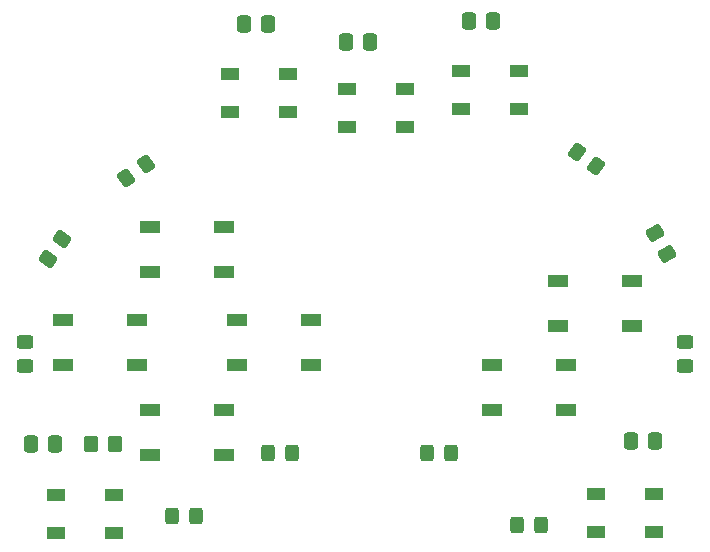
<source format=gbr>
%TF.GenerationSoftware,KiCad,Pcbnew,(6.0.0)*%
%TF.CreationDate,2022-01-21T17:49:11+00:00*%
%TF.ProjectId,molly-the-mermaid,6d6f6c6c-792d-4746-9865-2d6d65726d61,rev?*%
%TF.SameCoordinates,Original*%
%TF.FileFunction,Paste,Top*%
%TF.FilePolarity,Positive*%
%FSLAX46Y46*%
G04 Gerber Fmt 4.6, Leading zero omitted, Abs format (unit mm)*
G04 Created by KiCad (PCBNEW (6.0.0)) date 2022-01-21 17:49:11*
%MOMM*%
%LPD*%
G01*
G04 APERTURE LIST*
G04 Aperture macros list*
%AMRoundRect*
0 Rectangle with rounded corners*
0 $1 Rounding radius*
0 $2 $3 $4 $5 $6 $7 $8 $9 X,Y pos of 4 corners*
0 Add a 4 corners polygon primitive as box body*
4,1,4,$2,$3,$4,$5,$6,$7,$8,$9,$2,$3,0*
0 Add four circle primitives for the rounded corners*
1,1,$1+$1,$2,$3*
1,1,$1+$1,$4,$5*
1,1,$1+$1,$6,$7*
1,1,$1+$1,$8,$9*
0 Add four rect primitives between the rounded corners*
20,1,$1+$1,$2,$3,$4,$5,0*
20,1,$1+$1,$4,$5,$6,$7,0*
20,1,$1+$1,$6,$7,$8,$9,0*
20,1,$1+$1,$8,$9,$2,$3,0*%
G04 Aperture macros list end*
%ADD10RoundRect,0.250000X-0.350000X-0.450000X0.350000X-0.450000X0.350000X0.450000X-0.350000X0.450000X0*%
%ADD11R,1.700000X1.000000*%
%ADD12RoundRect,0.250000X-0.530373X-0.163796X-0.011260X-0.554976X0.530373X0.163796X0.011260X0.554976X0*%
%ADD13RoundRect,0.250000X-0.552211X0.056458X-0.227211X-0.506458X0.552211X-0.056458X0.227211X0.506458X0*%
%ADD14RoundRect,0.250000X-0.450000X0.325000X-0.450000X-0.325000X0.450000X-0.325000X0.450000X0.325000X0*%
%ADD15RoundRect,0.250000X-0.325000X-0.450000X0.325000X-0.450000X0.325000X0.450000X-0.325000X0.450000X0*%
%ADD16RoundRect,0.250000X0.450000X-0.325000X0.450000X0.325000X-0.450000X0.325000X-0.450000X-0.325000X0*%
%ADD17RoundRect,0.250000X0.182206X-0.524334X0.555031X0.008115X-0.182206X0.524334X-0.555031X-0.008115X0*%
%ADD18RoundRect,0.250000X-0.008115X-0.555031X0.524334X-0.182206X0.008115X0.555031X-0.524334X0.182206X0*%
%ADD19R,1.500000X1.000000*%
%ADD20RoundRect,0.250000X-0.337500X-0.475000X0.337500X-0.475000X0.337500X0.475000X-0.337500X0.475000X0*%
%ADD21RoundRect,0.250000X0.337500X0.475000X-0.337500X0.475000X-0.337500X-0.475000X0.337500X-0.475000X0*%
G04 APERTURE END LIST*
D10*
%TO.C,R11*%
X198898000Y-116332000D03*
X200898000Y-116332000D03*
%TD*%
D11*
%TO.C,A*%
X238404000Y-102494000D03*
X244704000Y-102494000D03*
X238404000Y-106294000D03*
X244704000Y-106294000D03*
%TD*%
%TO.C,B*%
X239116000Y-113406000D03*
X232816000Y-113406000D03*
X239116000Y-109606000D03*
X232816000Y-109606000D03*
%TD*%
%TO.C,Down*%
X203860000Y-113416000D03*
X210160000Y-113416000D03*
X203860000Y-117216000D03*
X210160000Y-117216000D03*
%TD*%
%TO.C,Right*%
X211226000Y-105796000D03*
X217526000Y-105796000D03*
X211226000Y-109596000D03*
X217526000Y-109596000D03*
%TD*%
%TO.C,Up*%
X203860000Y-97922000D03*
X210160000Y-97922000D03*
X203860000Y-101722000D03*
X210160000Y-101722000D03*
%TD*%
%TO.C,Left*%
X196494000Y-105796000D03*
X202794000Y-105796000D03*
X196494000Y-109596000D03*
X202794000Y-109596000D03*
%TD*%
D12*
%TO.C,D16*%
X239973399Y-91585140D03*
X241610601Y-92818860D03*
%TD*%
D13*
%TO.C,D15*%
X246629500Y-98426324D03*
X247654500Y-100201676D03*
%TD*%
D14*
%TO.C,D14*%
X249174000Y-107687000D03*
X249174000Y-109737000D03*
%TD*%
D15*
%TO.C,D13*%
X234941000Y-123190000D03*
X236991000Y-123190000D03*
%TD*%
%TO.C,D12*%
X227312000Y-117094000D03*
X229362000Y-117094000D03*
%TD*%
%TO.C,D11*%
X213859000Y-117094000D03*
X215909000Y-117094000D03*
%TD*%
%TO.C,D10*%
X207781000Y-122428000D03*
X205731000Y-122428000D03*
%TD*%
D16*
%TO.C,D9*%
X193294000Y-109737000D03*
X193294000Y-107687000D03*
%TD*%
D17*
%TO.C,D8*%
X195246084Y-100661631D03*
X196421916Y-98982369D03*
%TD*%
D18*
%TO.C,D7*%
X201843369Y-93805916D03*
X203522631Y-92630084D03*
%TD*%
D19*
%TO.C,D6*%
X246544000Y-123774000D03*
X246544000Y-120574000D03*
X241644000Y-123774000D03*
X241644000Y-120574000D03*
%TD*%
%TO.C,D5*%
X235114000Y-87960000D03*
X235114000Y-84760000D03*
X230214000Y-87960000D03*
X230214000Y-84760000D03*
%TD*%
%TO.C,D4*%
X225462000Y-89484000D03*
X225462000Y-86284000D03*
X220562000Y-89484000D03*
X220562000Y-86284000D03*
%TD*%
%TO.C,D3*%
X215556000Y-88214000D03*
X215556000Y-85014000D03*
X210656000Y-88214000D03*
X210656000Y-85014000D03*
%TD*%
%TO.C,D2*%
X200824000Y-123850000D03*
X200824000Y-120650000D03*
X195924000Y-123850000D03*
X195924000Y-120650000D03*
%TD*%
D20*
%TO.C,C5*%
X244580500Y-116078000D03*
X246655500Y-116078000D03*
%TD*%
%TO.C,C4*%
X230864500Y-80518000D03*
X232939500Y-80518000D03*
%TD*%
%TO.C,C3*%
X220450500Y-82296000D03*
X222525500Y-82296000D03*
%TD*%
%TO.C,C2*%
X211814500Y-80772000D03*
X213889500Y-80772000D03*
%TD*%
D21*
%TO.C,C1*%
X195855500Y-116332000D03*
X193780500Y-116332000D03*
%TD*%
M02*

</source>
